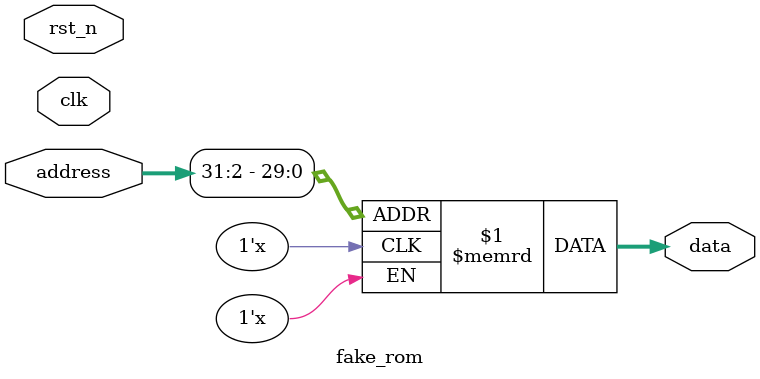
<source format=v>
/*-----------------------------------------------------
 File Name : fake_rom.v
 Purpose : a fake rom for test
 Creation Date : 18-10-2016
 Last Modified : Mon Oct 31 14:41:53 2016
 Created By : Jeasine Ma [jeasinema[at]gmail[dot]com]
-----------------------------------------------------*/
`ifndef __FAKE_ROM_V__
`define __FAKE_ROM_V__

`timescale 1ns/1ps

module fake_rom(/*autoarg*/
    //Inputs
    clk, rst_n, address, 

    //Outputs
    data
);

    input wire clk;
    input wire rst_n;

    input wire [31:0] address;
    output wire [31:0] data;

    reg[31:0] rom[0:2047];

    assign data = rom[address[31:2]];  // align with word

endmodule

`endif

</source>
